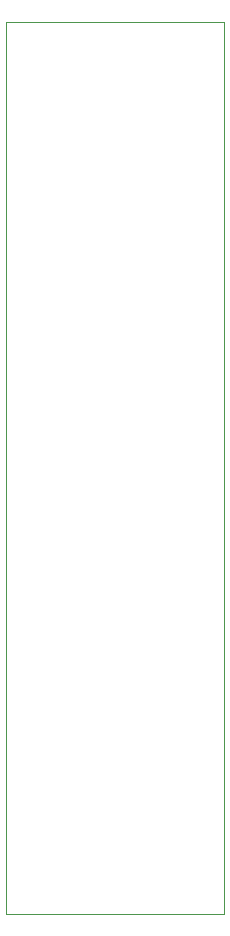
<source format=gbr>
G04 #@! TF.GenerationSoftware,KiCad,Pcbnew,(6.0.0)*
G04 #@! TF.CreationDate,2022-01-28T00:57:34+09:00*
G04 #@! TF.ProjectId,exits board B,65786974-7320-4626-9f61-726420422e6b,2.1*
G04 #@! TF.SameCoordinates,Original*
G04 #@! TF.FileFunction,Profile,NP*
%FSLAX46Y46*%
G04 Gerber Fmt 4.6, Leading zero omitted, Abs format (unit mm)*
G04 Created by KiCad (PCBNEW (6.0.0)) date 2022-01-28 00:57:34*
%MOMM*%
%LPD*%
G01*
G04 APERTURE LIST*
G04 #@! TA.AperFunction,Profile*
%ADD10C,0.025400*%
G04 #@! TD*
G04 APERTURE END LIST*
D10*
X161000000Y-115500000D02*
X142500000Y-115500000D01*
X161000000Y-40000000D02*
X161000000Y-115500000D01*
X142500000Y-40000000D02*
X161000000Y-40000000D01*
X142500000Y-115500000D02*
X142500000Y-40000000D01*
M02*

</source>
